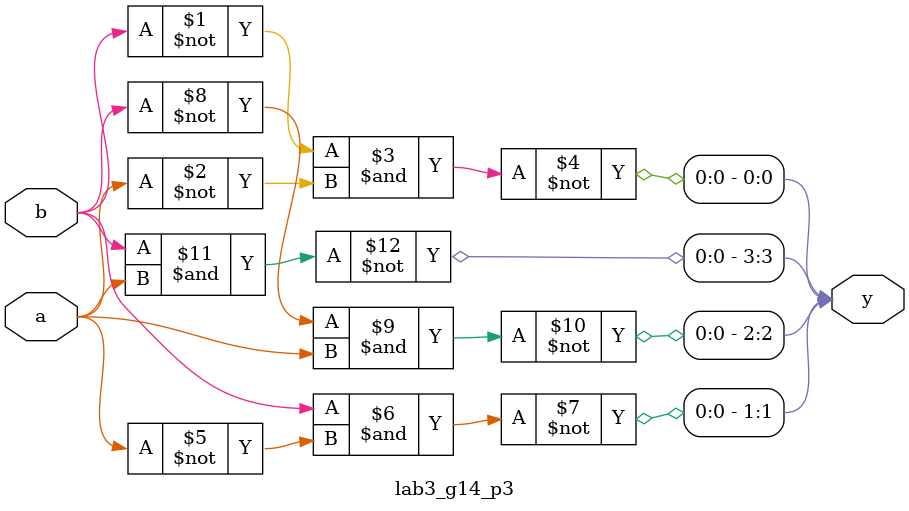
<source format=sv>
/*lab3_g14_p3.sv
Hazirlayanlar:
Ahmet Ali Tilkicioglu
Muhammed Furkan Sarikaya
*/

module lab3_g14_p3(
input logic a, //second
input logic b,	//first
output logic [3:0] y
);

assign y[0] = ~(~b & ~a);
assign y[1] = ~(b & ~a);
assign y[2] = ~(~b & a);
assign y[3] = ~(b & a);

endmodule

</source>
